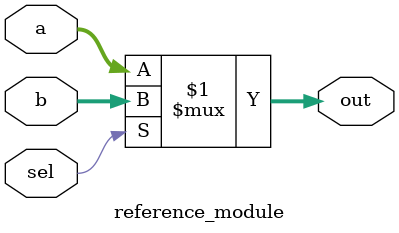
<source format=sv>
module reference_module (
	input [99:0] a,
	input [99:0] b,
	input sel,
	output [99:0] out
);

	assign out = sel ? b : a;
	
endmodule

</source>
